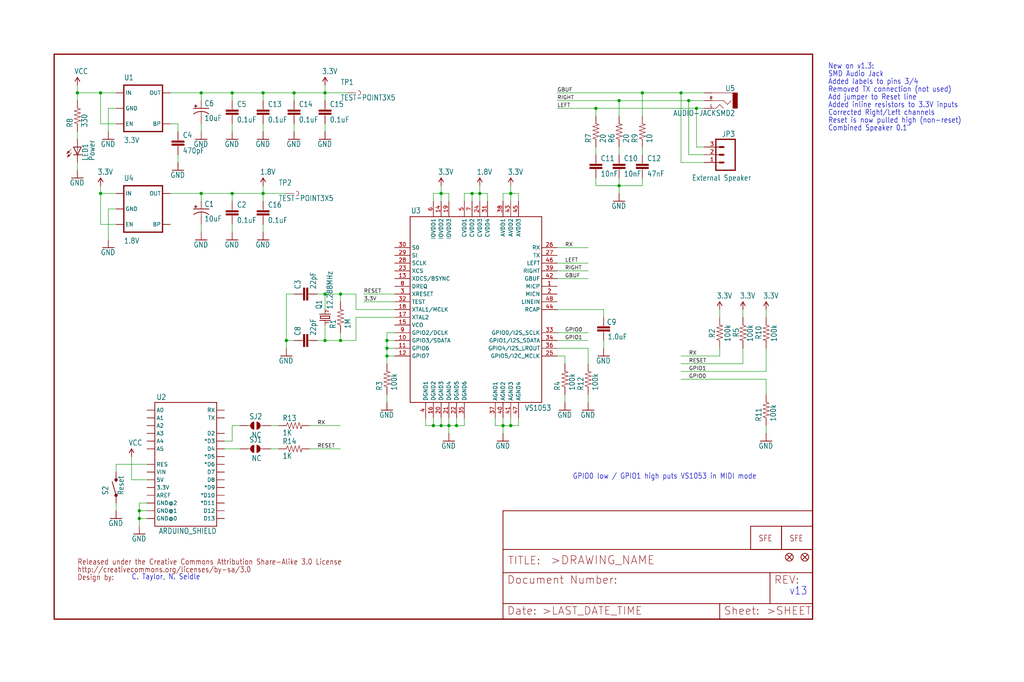
<source format=kicad_sch>
(kicad_sch (version 20211123) (generator eeschema)
  (paper "User" 336.093 223.926)
  (lib_symbols
    (symbol "eagleSchem-eagle-import:1.8V" (power)
      (property "Value" "1.8V" (at -1.016 3.556 0))
      (symbol "1.8V_1_0"
        (pin power_in line (at 0 0 90) (length 2.54) (name "1.8V") (number "1"))
      )
    )
    (symbol "eagleSchem-eagle-import:3.3V" (power)
      (property "Value" "3.3V" (at -1.016 3.556 0))
      (symbol "3.3V_1_0"
        (pin power_in line (at 0 0 90) (length 2.54) (name "3.3V") (number "1"))
      )
    )
    (symbol "eagleSchem-eagle-import:ARDUINO_SHIELDLABEL"
      (property "Reference" "U" (at -9.652 21.082 0))
      (property "Value" "ARDUINO_SHIELDLABEL" (at -8.89 -22.86 0))
      (symbol "ARDUINO_SHIELDLABEL_1_0"
        (pin bidirectional line (at -12.7 -7.62 0) (length 2.54) (name "3.3V") (number "3.3V"))
        (pin bidirectional line (at -12.7 -5.08 0) (length 2.54) (name "5V") (number "5V"))
        (pin bidirectional line (at -12.7 17.78 0) (length 2.54) (name "A0") (number "A0"))
        (pin bidirectional line (at -12.7 15.24 0) (length 2.54) (name "A1") (number "A1"))
        (pin bidirectional line (at -12.7 12.7 0) (length 2.54) (name "A2") (number "A2"))
        (pin bidirectional line (at -12.7 10.16 0) (length 2.54) (name "A3") (number "A3"))
        (pin bidirectional line (at -12.7 7.62 0) (length 2.54) (name "A4") (number "A4"))
        (pin bidirectional line (at -12.7 5.08 0) (length 2.54) (name "A5") (number "A5"))
        (pin bidirectional line (at -12.7 -10.16 0) (length 2.54) (name "AREF") (number "AREF"))
        (pin bidirectional line (at 12.7 -10.16 180) (length 2.54) (name "*D10") (number "D10"))
        (pin bidirectional line (at 12.7 -12.7 180) (length 2.54) (name "*D11") (number "D11"))
        (pin bidirectional line (at 12.7 -15.24 180) (length 2.54) (name "D12") (number "D12"))
        (pin bidirectional line (at 12.7 -17.78 180) (length 2.54) (name "D13") (number "D13"))
        (pin bidirectional line (at 12.7 10.16 180) (length 2.54) (name "D2") (number "D2"))
        (pin bidirectional line (at 12.7 7.62 180) (length 2.54) (name "*D3") (number "D3"))
        (pin bidirectional line (at 12.7 5.08 180) (length 2.54) (name "D4") (number "D4"))
        (pin bidirectional line (at 12.7 2.54 180) (length 2.54) (name "*D5") (number "D5"))
        (pin bidirectional line (at 12.7 0 180) (length 2.54) (name "*D6") (number "D6"))
        (pin bidirectional line (at 12.7 -2.54 180) (length 2.54) (name "D7") (number "D7"))
        (pin bidirectional line (at 12.7 -5.08 180) (length 2.54) (name "D8") (number "D8"))
        (pin bidirectional line (at 12.7 -7.62 180) (length 2.54) (name "*D9") (number "D9"))
        (pin bidirectional line (at -12.7 -17.78 0) (length 2.54) (name "GND@0") (number "GND@0"))
        (pin bidirectional line (at -12.7 -15.24 0) (length 2.54) (name "GND@1") (number "GND@1"))
        (pin bidirectional line (at -12.7 -12.7 0) (length 2.54) (name "GND@2") (number "GND@2"))
        (pin bidirectional line (at -12.7 0 0) (length 2.54) (name "RES") (number "RES"))
        (pin bidirectional line (at 12.7 17.78 180) (length 2.54) (name "RX") (number "RX"))
        (pin bidirectional line (at 12.7 15.24 180) (length 2.54) (name "TX") (number "TX"))
        (pin bidirectional line (at -12.7 -2.54 0) (length 2.54) (name "VIN") (number "VIN"))
      )
    )
    (symbol "eagleSchem-eagle-import:AUDIO-JACKSMD2"
      (property "Reference" "U" (at -5.08 3.048 0))
      (property "Value" "AUDIO-JACKSMD2" (at -5.08 -5.08 0))
      (symbol "AUDIO-JACKSMD2_1_0"
        (text "L" (at 2.286 -2.286 0) (effects (font (size 1.016 0.8636) (thickness 0.1727) bold) (justify left bottom)))
        (text "R" (at 2.286 0.254 0) (effects (font (size 1.016 0.8636) (thickness 0.1727) bold) (justify left bottom)))
        (pin bidirectional line (at 5.08 0 180) (length 2.54) (name "RIGHT") (number "RING"))
        (pin bidirectional line (at 5.08 2.54 180) (length 2.54) (name "SLEEVE") (number "SLEEVE"))
        (pin bidirectional line (at 5.08 -2.54 180) (length 2.54) (name "LEFT") (number "TIP"))
      )
    )
    (symbol "eagleSchem-eagle-import:CAP0402-CAP"
      (property "Reference" "C" (at 1.524 2.921 0))
      (property "Value" "CAP0402-CAP" (at 1.524 -2.159 0))
      (symbol "CAP0402-CAP_1_0"
        (pin passive line (at 0 5.08 270) (length 2.54) (name "1") (number "1"))
        (pin passive line (at 0 -2.54 90) (length 2.54) (name "2") (number "2"))
      )
    )
    (symbol "eagleSchem-eagle-import:CAP_POL1206"
      (property "Reference" "C" (at 1.016 0.635 0))
      (property "Value" "CAP_POL1206" (at 1.016 -4.191 0))
      (symbol "CAP_POL1206_1_0"
        (pin passive line (at 0 2.54 270) (length 2.54) (name "+") (number "A"))
        (pin passive line (at 0 -5.08 90) (length 2.54) (name "-") (number "C"))
      )
    )
    (symbol "eagleSchem-eagle-import:CREATIVE_COMMONS"
      (symbol "CREATIVE_COMMONS_1_0"
        (text "Design by:" (at 0 0 0) (effects (font (size 1.778 1.5113)) (justify left bottom)))
        (text "http://creativecommons.org/licenses/by-sa/3.0" (at 0 2.54 0) (effects (font (size 1.778 1.5113)) (justify left bottom)))
        (text "Released under the Creative Commons Attribution Share-Alike 3.0 License" (at 0 5.08 0) (effects (font (size 1.778 1.5113)) (justify left bottom)))
      )
    )
    (symbol "eagleSchem-eagle-import:CRYSTAL5X3"
      (property "Reference" "Y" (at 2.54 1.016 0))
      (property "Value" "CRYSTAL5X3" (at 2.54 -2.54 0))
      (symbol "CRYSTAL5X3_1_0"
        (text "1" (at -2.159 -1.143 0) (effects (font (size 0.8636 0.734)) (justify left bottom)))
        (text "2" (at 1.524 -1.143 0) (effects (font (size 0.8636 0.734)) (justify left bottom)))
        (pin passive line (at -2.54 0 0) (length 0) (name "1") (number "1"))
        (pin passive line (at 2.54 0 180) (length 0) (name "2") (number "3"))
      )
    )
    (symbol "eagleSchem-eagle-import:FIDUCIAL1X2")
    (symbol "eagleSchem-eagle-import:FRAME-LETTER"
      (symbol "FRAME-LETTER_2_0"
        (text ">DRAWING_NAME" (at 15.494 17.78 0) (effects (font (size 2.7432 2.7432)) (justify left bottom)))
        (text ">LAST_DATE_TIME" (at 12.7 1.27 0) (effects (font (size 2.54 2.54)) (justify left bottom)))
        (text ">SHEET" (at 86.36 1.27 0) (effects (font (size 2.54 2.54)) (justify left bottom)))
        (text "Date:" (at 1.27 1.27 0) (effects (font (size 2.54 2.54)) (justify left bottom)))
        (text "Document Number:" (at 1.27 11.43 0) (effects (font (size 2.54 2.54)) (justify left bottom)))
        (text "REV:" (at 88.9 11.43 0) (effects (font (size 2.54 2.54)) (justify left bottom)))
        (text "Sheet:" (at 72.39 1.27 0) (effects (font (size 2.54 2.54)) (justify left bottom)))
        (text "TITLE:" (at 1.524 17.78 0) (effects (font (size 2.54 2.54)) (justify left bottom)))
      )
    )
    (symbol "eagleSchem-eagle-import:GND" (power)
      (property "Value" "GND" (at -2.54 -2.54 0))
      (symbol "GND_1_0"
        (pin power_in line (at 0 2.54 270) (length 2.54) (name "GND") (number "1"))
      )
    )
    (symbol "eagleSchem-eagle-import:LED0603"
      (property "Reference" "LED" (at 3.556 -4.572 90))
      (property "Value" "LED0603" (at 5.715 -4.572 90))
      (symbol "LED0603_1_0"
        (pin passive line (at 0 2.54 270) (length 2.54) (name "A") (number "A"))
        (pin passive line (at 0 -5.08 90) (length 2.54) (name "C") (number "C"))
      )
    )
    (symbol "eagleSchem-eagle-import:LOGO-SFENEW"
      (symbol "LOGO-SFENEW_1_0"
        (text "SFE" (at 0 0 0) (effects (font (size 1.9304 1.6408)) (justify left bottom)))
      )
    )
    (symbol "eagleSchem-eagle-import:M03PTH"
      (property "Reference" "JP" (at -2.54 5.842 0))
      (property "Value" "M03PTH" (at -2.54 -7.62 0))
      (symbol "M03PTH_1_0"
        (pin passive line (at 7.62 -2.54 180) (length 5.08) (name "1") (number "1"))
        (pin passive line (at 7.62 0 180) (length 5.08) (name "2") (number "2"))
        (pin passive line (at 7.62 2.54 180) (length 5.08) (name "3") (number "3"))
      )
    )
    (symbol "eagleSchem-eagle-import:RESISTOR0402-RES"
      (property "Reference" "R" (at -3.81 1.4986 0))
      (property "Value" "RESISTOR0402-RES" (at -3.81 -3.302 0))
      (symbol "RESISTOR0402-RES_1_0"
        (pin passive line (at -5.08 0 0) (length 2.54) (name "1") (number "1"))
        (pin passive line (at 5.08 0 180) (length 2.54) (name "2") (number "2"))
      )
    )
    (symbol "eagleSchem-eagle-import:SOLDERJUMPERTRACE"
      (property "Reference" "SJ" (at -2.54 2.54 0))
      (property "Value" "SOLDERJUMPERTRACE" (at -2.54 -5.08 0))
      (symbol "SOLDERJUMPERTRACE_1_0"
        (pin passive line (at -5.08 0 0) (length 2.54) (name "1") (number "1"))
        (pin passive line (at 5.08 0 180) (length 2.54) (name "2") (number "2"))
      )
    )
    (symbol "eagleSchem-eagle-import:SWITCH-MOMENTARY-2SMD"
      (property "Reference" "S" (at -2.54 2.54 0))
      (property "Value" "SWITCH-MOMENTARY-2SMD" (at -2.54 -2.54 0))
      (symbol "SWITCH-MOMENTARY-2SMD_1_0"
        (pin passive line (at -5.08 0 0) (length 2.54) (name "1") (number "1"))
        (pin passive line (at 5.08 0 180) (length 2.54) (name "2") (number "3"))
      )
    )
    (symbol "eagleSchem-eagle-import:TEST-POINT3X5"
      (property "Reference" "TP" (at -2.54 2.54 0))
      (property "Value" "TEST-POINT3X5" (at -2.54 -2.54 0))
      (symbol "TEST-POINT3X5_1_0"
        (pin bidirectional line (at 0 0 180) (length 0) (name "1") (number "P$1"))
      )
    )
    (symbol "eagleSchem-eagle-import:VCC" (power)
      (property "Value" "VCC" (at -1.016 3.556 0))
      (symbol "VCC_1_0"
        (pin power_in line (at 0 0 90) (length 2.54) (name "VCC") (number "1"))
      )
    )
    (symbol "eagleSchem-eagle-import:VS1033"
      (property "Reference" "U" (at -20.32 31.242 0))
      (property "Value" "VS1033" (at -20.32 -33.02 0))
      (symbol "VS1033_1_0"
        (pin bidirectional line (at 27.94 7.62 180) (length 5.08) (name "MICP") (number "1"))
        (pin bidirectional line (at -25.4 -10.16 0) (length 5.08) (name "GPIO3/SDATA") (number "10"))
        (pin bidirectional line (at -25.4 -12.7 0) (length 5.08) (name "GPIO6") (number "11"))
        (pin bidirectional line (at -25.4 -15.24 0) (length 5.08) (name "GPIO7") (number "12"))
        (pin bidirectional line (at -25.4 10.16 0) (length 5.08) (name "XDCS/BSYNC") (number "13"))
        (pin bidirectional line (at -10.16 35.56 270) (length 5.08) (name "IOVDD2") (number "14"))
        (pin bidirectional line (at -25.4 -5.08 0) (length 5.08) (name "VCO") (number "15"))
        (pin bidirectional line (at -12.7 -35.56 90) (length 5.08) (name "DGND2") (number "16"))
        (pin bidirectional line (at -25.4 -2.54 0) (length 5.08) (name "XTAL2") (number "17"))
        (pin bidirectional line (at -25.4 0 0) (length 5.08) (name "XTAL1/MCLK") (number "18"))
        (pin bidirectional line (at -7.62 35.56 270) (length 5.08) (name "IOVDD3") (number "19"))
        (pin bidirectional line (at 27.94 5.08 180) (length 5.08) (name "MICN") (number "2"))
        (pin bidirectional line (at -10.16 -35.56 90) (length 5.08) (name "DGND3") (number "20"))
        (pin bidirectional line (at -7.62 -35.56 90) (length 5.08) (name "DGND4") (number "21"))
        (pin bidirectional line (at -5.08 -35.56 90) (length 5.08) (name "DGND5") (number "22"))
        (pin bidirectional line (at -25.4 12.7 0) (length 5.08) (name "XCS") (number "23"))
        (pin bidirectional line (at 2.54 35.56 270) (length 5.08) (name "CVDD3") (number "24"))
        (pin bidirectional line (at 27.94 -15.24 180) (length 5.08) (name "GPIO5/I2C_MCLK") (number "25"))
        (pin bidirectional line (at 27.94 20.32 180) (length 5.08) (name "RX") (number "26"))
        (pin bidirectional line (at 27.94 17.78 180) (length 5.08) (name "TX") (number "27"))
        (pin bidirectional line (at -25.4 15.24 0) (length 5.08) (name "SCLK") (number "28"))
        (pin bidirectional line (at -25.4 17.78 0) (length 5.08) (name "SI") (number "29"))
        (pin bidirectional line (at -25.4 5.08 0) (length 5.08) (name "XRESET") (number "3"))
        (pin bidirectional line (at -25.4 20.32 0) (length 5.08) (name "S0") (number "30"))
        (pin bidirectional line (at 5.08 35.56 270) (length 5.08) (name "CVDD4") (number "31"))
        (pin bidirectional line (at -25.4 2.54 0) (length 5.08) (name "TEST") (number "32"))
        (pin bidirectional line (at 27.94 -7.62 180) (length 5.08) (name "GPIO0/I2S_SCLK") (number "33"))
        (pin bidirectional line (at 27.94 -10.16 180) (length 5.08) (name "GPIO1/I2S_SDATA") (number "34"))
        (pin bidirectional line (at -2.54 -35.56 90) (length 5.08) (name "DGND6") (number "35"))
        (pin bidirectional line (at 27.94 -12.7 180) (length 5.08) (name "GPIO4/I2S_LROUT") (number "36"))
        (pin bidirectional line (at 7.62 -35.56 90) (length 5.08) (name "AGND1") (number "37"))
        (pin bidirectional line (at 10.16 35.56 270) (length 5.08) (name "AVDD1") (number "38"))
        (pin bidirectional line (at 27.94 12.7 180) (length 5.08) (name "RIGHT") (number "39"))
        (pin bidirectional line (at -15.24 -35.56 90) (length 5.08) (name "DGND1") (number "4"))
        (pin bidirectional line (at 10.16 -35.56 90) (length 5.08) (name "AGND2") (number "40"))
        (pin bidirectional line (at 12.7 -35.56 90) (length 5.08) (name "AGND3") (number "41"))
        (pin bidirectional line (at 27.94 10.16 180) (length 5.08) (name "GBUF") (number "42"))
        (pin bidirectional line (at 12.7 35.56 270) (length 5.08) (name "AVDD2") (number "43"))
        (pin bidirectional line (at 27.94 0 180) (length 5.08) (name "RCAP") (number "44"))
        (pin bidirectional line (at 15.24 35.56 270) (length 5.08) (name "AVDD3") (number "45"))
        (pin bidirectional line (at 27.94 15.24 180) (length 5.08) (name "LEFT") (number "46"))
        (pin bidirectional line (at 15.24 -35.56 90) (length 5.08) (name "AGND4") (number "47"))
        (pin bidirectional line (at 27.94 2.54 180) (length 5.08) (name "LINEIN") (number "48"))
        (pin bidirectional line (at -2.54 35.56 270) (length 5.08) (name "CVDD1") (number "5"))
        (pin bidirectional line (at -12.7 35.56 270) (length 5.08) (name "IOVDD1") (number "6"))
        (pin bidirectional line (at 0 35.56 270) (length 5.08) (name "CVDD2") (number "7"))
        (pin bidirectional line (at -25.4 7.62 0) (length 5.08) (name "DREQ") (number "8"))
        (pin bidirectional line (at -25.4 -7.62 0) (length 5.08) (name "GPIO2/DCLK") (number "9"))
      )
    )
    (symbol "eagleSchem-eagle-import:V_REG_LDOSMD"
      (property "Reference" "U" (at -7.62 9.144 0))
      (property "Value" "V_REG_LDOSMD" (at -7.62 -11.43 0))
      (symbol "V_REG_LDOSMD_1_0"
        (pin input line (at -10.16 5.08 0) (length 2.54) (name "IN") (number "1"))
        (pin input line (at -10.16 0 0) (length 2.54) (name "GND") (number "2"))
        (pin input line (at -10.16 -5.08 0) (length 2.54) (name "EN") (number "3"))
        (pin input line (at 7.62 -5.08 180) (length 2.54) (name "BP") (number "4"))
        (pin passive line (at 7.62 5.08 180) (length 2.54) (name "OUT") (number "5"))
      )
    )
    (symbol "eagleSchem-eagle-import:V_REG_LDOSMD2"
      (property "Reference" "U" (at -7.62 9.144 0))
      (property "Value" "V_REG_LDOSMD2" (at -7.62 -11.43 0))
      (symbol "V_REG_LDOSMD2_1_0"
        (pin input line (at -10.16 5.08 0) (length 2.54) (name "IN") (number "1"))
        (pin input line (at -10.16 0 0) (length 2.54) (name "GND") (number "2"))
        (pin input line (at -10.16 -5.08 0) (length 2.54) (name "EN") (number "3"))
        (pin input line (at 7.62 -5.08 180) (length 2.54) (name "BP") (number "4"))
        (pin passive line (at 7.62 5.08 180) (length 2.54) (name "OUT") (number "5"))
      )
    )
  )
  (junction (at 45.72 170.18))
  (junction (at 45.72 167.64))
  (junction (at 86.36 63.5))
  (junction (at 167.64 139.7))
  (junction (at 195.58 35.56))
  (junction (at 127 116.84))
  (junction (at 203.2 33.02))
  (junction (at 147.32 139.7))
  (junction (at 226.06 33.02))
  (junction (at 165.1 139.7))
  (junction (at 33.02 30.48))
  (junction (at 33.02 63.5))
  (junction (at 66.04 63.5))
  (junction (at 93.98 111.76))
  (junction (at 76.2 30.48))
  (junction (at 144.78 63.5))
  (junction (at 228.6 35.56))
  (junction (at 167.64 63.5))
  (junction (at 154.94 63.5))
  (junction (at 223.52 30.48))
  (junction (at 96.52 30.48))
  (junction (at 127 114.3))
  (junction (at 106.68 30.48))
  (junction (at 149.86 139.7))
  (junction (at 106.68 111.76))
  (junction (at 144.78 139.7))
  (junction (at 76.2 63.5))
  (junction (at 66.04 30.48))
  (junction (at 157.48 63.5))
  (junction (at 111.76 111.76))
  (junction (at 86.36 30.48))
  (junction (at 210.82 30.48))
  (junction (at 142.24 139.7))
  (junction (at 25.4 30.48))
  (junction (at 111.76 96.52))
  (junction (at 203.2 60.96))
  (junction (at 106.68 96.52))
  (junction (at 127 111.76))
  (wire (pts (xy 96.52 43.18) (xy 96.52 40.64)))
  (wire (pts (xy 127 114.3) (xy 127 116.84)))
  (wire (pts (xy 106.68 111.76) (xy 104.14 111.76)))
  (wire (pts (xy 223.52 30.48) (xy 231.14 30.48)))
  (wire (pts (xy 152.4 137.16) (xy 152.4 139.7)))
  (wire (pts (xy 182.88 86.36) (xy 193.04 86.36)))
  (wire (pts (xy 157.48 63.5) (xy 160.02 63.5)))
  (wire (pts (xy 45.72 165.1) (xy 45.72 167.64)))
  (wire (pts (xy 182.88 88.9) (xy 193.04 88.9)))
  (wire (pts (xy 35.56 35.56) (xy 35.56 43.18)))
  (wire (pts (xy 96.52 30.48) (xy 96.52 33.02)))
  (wire (pts (xy 152.4 63.5) (xy 154.94 63.5)))
  (wire (pts (xy 165.1 63.5) (xy 167.64 63.5)))
  (wire (pts (xy 86.36 76.2) (xy 86.36 73.66)))
  (wire (pts (xy 154.94 66.04) (xy 154.94 63.5)))
  (wire (pts (xy 35.56 68.58) (xy 35.56 78.74)))
  (wire (pts (xy 228.6 48.26) (xy 231.14 48.26)))
  (wire (pts (xy 76.2 73.66) (xy 76.2 76.2)))
  (wire (pts (xy 142.24 137.16) (xy 142.24 139.7)))
  (wire (pts (xy 93.98 111.76) (xy 93.98 114.3)))
  (wire (pts (xy 203.2 38.1) (xy 203.2 33.02)))
  (wire (pts (xy 170.18 137.16) (xy 170.18 139.7)))
  (wire (pts (xy 251.46 121.92) (xy 251.46 114.3)))
  (wire (pts (xy 165.1 139.7) (xy 162.56 139.7)))
  (wire (pts (xy 147.32 137.16) (xy 147.32 139.7)))
  (wire (pts (xy 33.02 63.5) (xy 38.1 63.5)))
  (wire (pts (xy 147.32 139.7) (xy 144.78 139.7)))
  (wire (pts (xy 142.24 63.5) (xy 144.78 63.5)))
  (wire (pts (xy 33.02 30.48) (xy 25.4 30.48)))
  (wire (pts (xy 45.72 167.64) (xy 45.72 170.18)))
  (wire (pts (xy 149.86 137.16) (xy 149.86 139.7)))
  (wire (pts (xy 73.66 144.78) (xy 76.2 144.78)))
  (wire (pts (xy 33.02 73.66) (xy 38.1 73.66)))
  (wire (pts (xy 55.88 30.48) (xy 66.04 30.48)))
  (wire (pts (xy 210.82 60.96) (xy 203.2 60.96)))
  (wire (pts (xy 33.02 60.96) (xy 33.02 63.5)))
  (wire (pts (xy 76.2 144.78) (xy 76.2 139.7)))
  (wire (pts (xy 182.88 114.3) (xy 193.04 114.3)))
  (wire (pts (xy 243.84 101.6) (xy 243.84 104.14)))
  (wire (pts (xy 142.24 139.7) (xy 139.7 139.7)))
  (wire (pts (xy 182.88 91.44) (xy 193.04 91.44)))
  (wire (pts (xy 243.84 119.38) (xy 243.84 114.3)))
  (wire (pts (xy 25.4 30.48) (xy 25.4 27.94)))
  (wire (pts (xy 226.06 33.02) (xy 231.14 33.02)))
  (wire (pts (xy 236.22 116.84) (xy 236.22 114.3)))
  (wire (pts (xy 91.44 147.32) (xy 88.9 147.32)))
  (wire (pts (xy 116.84 101.6) (xy 129.54 101.6)))
  (wire (pts (xy 111.76 96.52) (xy 116.84 96.52)))
  (wire (pts (xy 149.86 139.7) (xy 147.32 139.7)))
  (wire (pts (xy 223.52 121.92) (xy 251.46 121.92)))
  (wire (pts (xy 170.18 63.5) (xy 170.18 66.04)))
  (wire (pts (xy 182.88 101.6) (xy 198.12 101.6)))
  (wire (pts (xy 58.42 53.34) (xy 58.42 50.8)))
  (wire (pts (xy 106.68 106.68) (xy 106.68 111.76)))
  (wire (pts (xy 144.78 60.96) (xy 144.78 63.5)))
  (wire (pts (xy 160.02 63.5) (xy 160.02 66.04)))
  (wire (pts (xy 129.54 96.52) (xy 119.38 96.52)))
  (wire (pts (xy 66.04 63.5) (xy 76.2 63.5)))
  (wire (pts (xy 157.48 63.5) (xy 157.48 60.96)))
  (wire (pts (xy 228.6 35.56) (xy 228.6 48.26)))
  (wire (pts (xy 144.78 137.16) (xy 144.78 139.7)))
  (wire (pts (xy 251.46 101.6) (xy 251.46 104.14)))
  (wire (pts (xy 66.04 30.48) (xy 76.2 30.48)))
  (wire (pts (xy 101.6 139.7) (xy 111.76 139.7)))
  (wire (pts (xy 66.04 33.02) (xy 66.04 30.48)))
  (wire (pts (xy 127 119.38) (xy 127 116.84)))
  (wire (pts (xy 144.78 139.7) (xy 142.24 139.7)))
  (wire (pts (xy 182.88 109.22) (xy 193.04 109.22)))
  (wire (pts (xy 142.24 66.04) (xy 142.24 63.5)))
  (wire (pts (xy 66.04 73.66) (xy 66.04 76.2)))
  (wire (pts (xy 251.46 142.24) (xy 251.46 139.7)))
  (wire (pts (xy 231.14 53.34) (xy 223.52 53.34)))
  (wire (pts (xy 203.2 33.02) (xy 226.06 33.02)))
  (wire (pts (xy 195.58 60.96) (xy 203.2 60.96)))
  (wire (pts (xy 129.54 104.14) (xy 116.84 104.14)))
  (wire (pts (xy 33.02 63.5) (xy 33.02 73.66)))
  (wire (pts (xy 223.52 116.84) (xy 236.22 116.84)))
  (wire (pts (xy 38.1 35.56) (xy 35.56 35.56)))
  (wire (pts (xy 86.36 63.5) (xy 86.36 66.04)))
  (wire (pts (xy 236.22 104.14) (xy 236.22 101.6)))
  (wire (pts (xy 96.52 30.48) (xy 106.68 30.48)))
  (wire (pts (xy 203.2 50.8) (xy 203.2 48.26)))
  (wire (pts (xy 106.68 27.94) (xy 106.68 30.48)))
  (wire (pts (xy 101.6 147.32) (xy 111.76 147.32)))
  (wire (pts (xy 76.2 63.5) (xy 86.36 63.5)))
  (wire (pts (xy 33.02 30.48) (xy 38.1 30.48)))
  (wire (pts (xy 210.82 38.1) (xy 210.82 30.48)))
  (wire (pts (xy 66.04 66.04) (xy 66.04 63.5)))
  (wire (pts (xy 167.64 63.5) (xy 170.18 63.5)))
  (wire (pts (xy 93.98 96.52) (xy 93.98 111.76)))
  (wire (pts (xy 203.2 60.96) (xy 203.2 63.5)))
  (wire (pts (xy 93.98 63.5) (xy 86.36 63.5)))
  (wire (pts (xy 106.68 96.52) (xy 111.76 96.52)))
  (wire (pts (xy 223.52 30.48) (xy 223.52 53.34)))
  (wire (pts (xy 195.58 48.26) (xy 195.58 50.8)))
  (wire (pts (xy 116.84 111.76) (xy 111.76 111.76)))
  (wire (pts (xy 152.4 66.04) (xy 152.4 63.5)))
  (wire (pts (xy 76.2 30.48) (xy 86.36 30.48)))
  (wire (pts (xy 129.54 116.84) (xy 127 116.84)))
  (wire (pts (xy 111.76 109.22) (xy 111.76 111.76)))
  (wire (pts (xy 157.48 66.04) (xy 157.48 63.5)))
  (wire (pts (xy 154.94 63.5) (xy 157.48 63.5)))
  (wire (pts (xy 86.36 30.48) (xy 86.36 33.02)))
  (wire (pts (xy 203.2 60.96) (xy 203.2 58.42)))
  (wire (pts (xy 76.2 40.64) (xy 76.2 43.18)))
  (wire (pts (xy 127 132.08) (xy 127 129.54)))
  (wire (pts (xy 210.82 48.26) (xy 210.82 50.8)))
  (wire (pts (xy 78.74 147.32) (xy 73.66 147.32)))
  (wire (pts (xy 86.36 43.18) (xy 86.36 40.64)))
  (wire (pts (xy 25.4 45.72) (xy 25.4 43.18)))
  (wire (pts (xy 182.88 33.02) (xy 203.2 33.02)))
  (wire (pts (xy 55.88 40.64) (xy 58.42 40.64)))
  (wire (pts (xy 147.32 139.7) (xy 147.32 142.24)))
  (wire (pts (xy 48.26 167.64) (xy 45.72 167.64)))
  (wire (pts (xy 38.1 167.64) (xy 38.1 165.1)))
  (wire (pts (xy 165.1 137.16) (xy 165.1 139.7)))
  (wire (pts (xy 129.54 99.06) (xy 119.38 99.06)))
  (wire (pts (xy 165.1 66.04) (xy 165.1 63.5)))
  (wire (pts (xy 210.82 30.48) (xy 182.88 30.48)))
  (wire (pts (xy 193.04 132.08) (xy 193.04 129.54)))
  (wire (pts (xy 38.1 154.94) (xy 38.1 152.4)))
  (wire (pts (xy 167.64 137.16) (xy 167.64 139.7)))
  (wire (pts (xy 106.68 43.18) (xy 106.68 40.64)))
  (wire (pts (xy 106.68 30.48) (xy 106.68 33.02)))
  (wire (pts (xy 223.52 124.46) (xy 251.46 124.46)))
  (wire (pts (xy 127 111.76) (xy 127 114.3)))
  (wire (pts (xy 45.72 170.18) (xy 45.72 172.72)))
  (wire (pts (xy 182.88 116.84) (xy 185.42 116.84)))
  (wire (pts (xy 139.7 139.7) (xy 139.7 137.16)))
  (wire (pts (xy 152.4 139.7) (xy 149.86 139.7)))
  (wire (pts (xy 76.2 33.02) (xy 76.2 30.48)))
  (wire (pts (xy 198.12 111.76) (xy 198.12 114.3)))
  (wire (pts (xy 185.42 119.38) (xy 185.42 116.84)))
  (wire (pts (xy 223.52 30.48) (xy 210.82 30.48)))
  (wire (pts (xy 104.14 96.52) (xy 106.68 96.52)))
  (wire (pts (xy 129.54 111.76) (xy 127 111.76)))
  (wire (pts (xy 228.6 35.56) (xy 195.58 35.56)))
  (wire (pts (xy 48.26 152.4) (xy 38.1 152.4)))
  (wire (pts (xy 195.58 35.56) (xy 182.88 35.56)))
  (wire (pts (xy 48.26 165.1) (xy 45.72 165.1)))
  (wire (pts (xy 226.06 50.8) (xy 226.06 33.02)))
  (wire (pts (xy 116.84 104.14) (xy 116.84 111.76)))
  (wire (pts (xy 93.98 111.76) (xy 96.52 111.76)))
  (wire (pts (xy 25.4 55.88) (xy 25.4 53.34)))
  (wire (pts (xy 165.1 139.7) (xy 165.1 142.24)))
  (wire (pts (xy 182.88 81.28) (xy 193.04 81.28)))
  (wire (pts (xy 195.58 38.1) (xy 195.58 35.56)))
  (wire (pts (xy 38.1 40.64) (xy 33.02 40.64)))
  (wire (pts (xy 182.88 111.76) (xy 193.04 111.76)))
  (wire (pts (xy 198.12 101.6) (xy 198.12 104.14)))
  (wire (pts (xy 167.64 63.5) (xy 167.64 60.96)))
  (wire (pts (xy 170.18 139.7) (xy 167.64 139.7)))
  (wire (pts (xy 111.76 99.06) (xy 111.76 96.52)))
  (wire (pts (xy 55.88 63.5) (xy 66.04 63.5)))
  (wire (pts (xy 66.04 40.64) (xy 66.04 43.18)))
  (wire (pts (xy 147.32 63.5) (xy 147.32 66.04)))
  (wire (pts (xy 76.2 66.04) (xy 76.2 63.5)))
  (wire (pts (xy 231.14 50.8) (xy 226.06 50.8)))
  (wire (pts (xy 43.18 149.86) (xy 43.18 157.48)))
  (wire (pts (xy 86.36 30.48) (xy 96.52 30.48)))
  (wire (pts (xy 111.76 111.76) (xy 106.68 111.76)))
  (wire (pts (xy 106.68 101.6) (xy 106.68 96.52)))
  (wire (pts (xy 127 109.22) (xy 127 111.76)))
  (wire (pts (xy 38.1 68.58) (xy 35.56 68.58)))
  (wire (pts (xy 78.74 139.7) (xy 76.2 139.7)))
  (wire (pts (xy 210.82 58.42) (xy 210.82 60.96)))
  (wire (pts (xy 33.02 40.64) (xy 33.02 30.48)))
  (wire (pts (xy 129.54 114.3) (xy 127 114.3)))
  (wire (pts (xy 129.54 109.22) (xy 127 109.22)))
  (wire (pts (xy 193.04 114.3) (xy 193.04 119.38)))
  (wire (pts (xy 116.84 96.52) (xy 116.84 101.6)))
  (wire (pts (xy 48.26 170.18) (xy 45.72 170.18)))
  (wire (pts (xy 144.78 63.5) (xy 147.32 63.5)))
  (wire (pts (xy 195.58 58.42) (xy 195.58 60.96)))
  (wire (pts (xy 251.46 129.54) (xy 251.46 124.46)))
  (wire (pts (xy 58.42 40.64) (xy 58.42 43.18)))
  (wire (pts (xy 162.56 139.7) (xy 162.56 137.16)))
  (wire (pts (xy 167.64 66.04) (xy 167.64 63.5)))
  (wire (pts (xy 48.26 157.48) (xy 43.18 157.48)))
  (wire (pts (xy 223.52 119.38) (xy 243.84 119.38)))
  (wire (pts (xy 167.64 139.7) (xy 165.1 139.7)))
  (wire (pts (xy 25.4 30.48) (xy 25.4 33.02)))
  (wire (pts (xy 88.9 139.7) (xy 91.44 139.7)))
  (wire (pts (xy 231.14 35.56) (xy 228.6 35.56)))
  (wire (pts (xy 114.3 30.48) (xy 106.68 30.48)))
  (wire (pts (xy 185.42 132.08) (xy 185.42 129.54)))
  (wire (pts (xy 86.36 60.96) (xy 86.36 63.5)))
  (wire (pts (xy 96.52 96.52) (xy 93.98 96.52)))
  (wire (pts (xy 144.78 66.04) (xy 144.78 63.5)))
  (text "Add jumper to Reset line" (at 271.78 33.02 180) (effects (font (size 1.778 1.5113)) (justify left bottom)))
  (text "Removed TX connection (not used)" (at 271.78 30.48 180) (effects (font (size 1.778 1.5113)) (justify left bottom)))
  (text "Added labels to pins 3/4" (at 271.78 27.94 180) (effects (font (size 1.778 1.5113)) (justify left bottom)))
  (text "GPIO0 low / GPIO1 high puts VS1053 in MIDI mode" (at 187.96 157.48 180) (effects (font (size 1.778 1.5113)) (justify left bottom)))
  (text "Added inline resistors to 3.3V inputs" (at 271.78 35.56 180) (effects (font (size 1.778 1.5113)) (justify left bottom)))
  (text "SMD Audio Jack" (at 271.78 25.4 180) (effects (font (size 1.778 1.5113)) (justify left bottom)))
  (text "Corrected Right/Left channels" (at 271.78 38.1 180) (effects (font (size 1.778 1.5113)) (justify left bottom)))
  (text "New on v1.3:" (at 271.78 22.86 180) (effects (font (size 1.778 1.5113)) (justify left bottom)))
  (text "C. Taylor, N. Seidle" (at 43.18 190.5 180) (effects (font (size 1.778 1.5113)) (justify left bottom)))
  (text "Combined Speaker 0.1\"" (at 271.78 43.18 180) (effects (font (size 1.778 1.5113)) (justify left bottom)))
  (text "v13" (at 259.08 195.58 180) (effects (font (size 2.54 2.159)) (justify left bottom)))
  (text "Reset is now pulled high (non-reset)" (at 271.78 40.64 180) (effects (font (size 1.778 1.5113)) (justify left bottom)))
  (label "GBUF" (at 182.88 30.48 0) (effects (font (size 1.2446 1.2446))))
  (label "GBUF" (at 185.42 91.44 0) (effects (font (size 1.2446 1.2446))))
  (label "RX" (at 185.42 81.28 0) (effects (font (size 1.2446 1.2446))))
  (label "LEFT" (at 182.88 35.56 0) (effects (font (size 1.2446 1.2446))))
  (label "LEFT" (at 185.42 86.36 0) (effects (font (size 1.2446 1.2446))))
  (label "RX" (at 226.06 116.84 0) (effects (font (size 1.2446 1.2446))))
  (label "RIGHT" (at 185.42 88.9 0) (effects (font (size 1.2446 1.2446))))
  (label "GPIO1" (at 185.42 111.76 0) (effects (font (size 1.2446 1.2446))))
  (label "GPIO0" (at 226.06 124.46 0) (effects (font (size 1.2446 1.2446))))
  (label "GPIO0" (at 185.42 109.22 0) (effects (font (size 1.2446 1.2446))))
  (label "GPIO1" (at 226.06 121.92 0) (effects (font (size 1.2446 1.2446))))
  (label "RESET" (at 104.14 147.32 0) (effects (font (size 1.2446 1.2446))))
  (label "RESET" (at 226.06 119.38 0) (effects (font (size 1.2446 1.2446))))
  (label "3.3V" (at 119.38 99.06 0) (effects (font (size 1.2446 1.2446))))
  (label "RESET" (at 119.38 96.52 0) (effects (font (size 1.2446 1.2446))))
  (label "RIGHT" (at 182.88 33.02 0) (effects (font (size 1.2446 1.2446))))
  (label "RX" (at 104.14 139.7 0) (effects (font (size 1.2446 1.2446))))
  (symbol (lib_id "eagleSchem-eagle-import:RESISTOR0402-RES") (at 195.58 43.18 90) (unit 1)
    (property "Reference" "R7" (at 194.0814 46.99 0) (effects (font (size 1.778 1.5113)) (justify left bottom)))
    (property "Value" "20" (at 198.882 46.99 0) (effects (font (size 1.778 1.5113)) (justify left bottom)))
    (property "Footprint" "eagleSchem:0402-RES" (effects hide))
  )
  (symbol (lib_id "eagleSchem-eagle-import:RESISTOR0402-RES") (at 243.84 109.22 270) (unit 1)
    (property "Reference" "R5" (at 242.57 110.744 0) (effects (font (size 1.778 1.5113)) (justify right top)))
    (property "Value" "100k" (at 247.142 112.268 0) (effects (font (size 1.778 1.5113)) (justify right top)))
    (property "Footprint" "eagleSchem:0402-RES" (effects hide))
  )
  (symbol (lib_id "eagleSchem-eagle-import:CAP0402-CAP") (at 210.82 55.88 0) (unit 1)
    (property "Reference" "C12" (at 212.344 52.959 0) (effects (font (size 1.778 1.5113)) (justify left bottom)))
    (property "Value" "47nF" (at 212.344 58.039 0) (effects (font (size 1.778 1.5113)) (justify left bottom)))
    (property "Footprint" "eagleSchem:0402-CAP" (effects hide))
  )
  (symbol (lib_id "eagleSchem-eagle-import:RESISTOR0402-RES") (at 236.22 109.22 90) (unit 1)
    (property "Reference" "R2" (at 234.696 110.998 0) (effects (font (size 1.778 1.5113)) (justify left bottom)))
    (property "Value" "100k" (at 239.776 112.268 0) (effects (font (size 1.778 1.5113)) (justify left bottom)))
    (property "Footprint" "eagleSchem:0402-RES" (effects hide))
  )
  (symbol (lib_id "eagleSchem-eagle-import:GND") (at 185.42 134.62 0) (unit 1)
    (property "Reference" "#GND9" (effects hide))
    (property "Value" "GND" (at 182.88 137.16 0) (effects (font (size 1.778 1.5113)) (justify left bottom)))
    (property "Footprint" "eagleSchem:" (effects hide))
  )
  (symbol (lib_id "eagleSchem-eagle-import:CAP0402-CAP") (at 101.6 111.76 90) (unit 1)
    (property "Reference" "C8" (at 98.679 110.236 0) (effects (font (size 1.778 1.5113)) (justify left bottom)))
    (property "Value" "22pF" (at 103.759 110.236 0) (effects (font (size 1.778 1.5113)) (justify left bottom)))
    (property "Footprint" "eagleSchem:0402-CAP" (effects hide))
  )
  (symbol (lib_id "eagleSchem-eagle-import:GND") (at 35.56 81.28 0) (unit 1)
    (property "Reference" "#GND4" (effects hide))
    (property "Value" "GND" (at 33.02 83.82 0) (effects (font (size 1.778 1.5113)) (justify left bottom)))
    (property "Footprint" "eagleSchem:" (effects hide))
  )
  (symbol (lib_id "eagleSchem-eagle-import:SOLDERJUMPERTRACE") (at 83.82 147.32 0) (unit 1)
    (property "Reference" "SJ1" (at 81.788 145.288 0) (effects (font (size 1.778 1.5113)) (justify left bottom)))
    (property "Value" "NC" (at 82.55 151.384 0) (effects (font (size 1.778 1.5113)) (justify left bottom)))
    (property "Footprint" "eagleSchem:SJ_2S-TRACE" (effects hide))
  )
  (symbol (lib_id "eagleSchem-eagle-import:AUDIO-JACKSMD2") (at 236.22 33.02 0) (mirror y) (unit 1)
    (property "Reference" "U5" (at 241.3 29.972 0) (effects (font (size 1.778 1.5113)) (justify left bottom)))
    (property "Value" "AUDIO-JACKSMD2" (at 241.3 38.1 0) (effects (font (size 1.778 1.5113)) (justify left bottom)))
    (property "Footprint" "eagleSchem:AUDIO-JACK-3.5MM-SMD" (effects hide))
  )
  (symbol (lib_id "eagleSchem-eagle-import:CRYSTAL5X3") (at 106.68 104.14 90) (unit 1)
    (property "Reference" "Q1" (at 105.664 101.6 0) (effects (font (size 1.778 1.5113)) (justify left bottom)))
    (property "Value" "12.288MHz" (at 109.22 101.6 0) (effects (font (size 1.778 1.5113)) (justify left bottom)))
    (property "Footprint" "eagleSchem:CRYSTAL-SMD-5X3" (effects hide))
  )
  (symbol (lib_id "eagleSchem-eagle-import:CAP0402-CAP") (at 96.52 38.1 0) (unit 1)
    (property "Reference" "C14" (at 98.044 35.179 0) (effects (font (size 1.778 1.5113)) (justify left bottom)))
    (property "Value" "0.1uF" (at 98.044 40.259 0) (effects (font (size 1.778 1.5113)) (justify left bottom)))
    (property "Footprint" "eagleSchem:0402-CAP" (effects hide))
  )
  (symbol (lib_id "eagleSchem-eagle-import:3.3V") (at 167.64 60.96 0) (unit 1)
    (property "Reference" "#P+3" (effects hide))
    (property "Value" "3.3V" (at 166.624 57.404 0) (effects (font (size 1.778 1.5113)) (justify left bottom)))
    (property "Footprint" "eagleSchem:" (effects hide))
  )
  (symbol (lib_id "eagleSchem-eagle-import:3.3V") (at 243.84 101.6 0) (unit 1)
    (property "Reference" "#P+9" (effects hide))
    (property "Value" "3.3V" (at 242.824 98.044 0) (effects (font (size 1.778 1.5113)) (justify left bottom)))
    (property "Footprint" "eagleSchem:" (effects hide))
  )
  (symbol (lib_id "eagleSchem-eagle-import:LOGO-SFENEW") (at 259.08 177.8 0) (unit 1)
    (property "Reference" "U$8" (effects hide))
    (property "Value" "LOGO-SFENEW" (effects hide))
    (property "Footprint" "eagleSchem:SFE-NEW-WEBLOGO" (effects hide))
  )
  (symbol (lib_id "eagleSchem-eagle-import:CAP0402-CAP") (at 101.6 96.52 90) (unit 1)
    (property "Reference" "C3" (at 98.679 94.996 0) (effects (font (size 1.778 1.5113)) (justify left bottom)))
    (property "Value" "22pF" (at 103.759 94.996 0) (effects (font (size 1.778 1.5113)) (justify left bottom)))
    (property "Footprint" "eagleSchem:0402-CAP" (effects hide))
  )
  (symbol (lib_id "eagleSchem-eagle-import:CAP_POL1206") (at 66.04 35.56 0) (unit 1)
    (property "Reference" "C6" (at 67.056 34.925 0) (effects (font (size 1.778 1.5113)) (justify left bottom)))
    (property "Value" "10uF" (at 67.056 39.751 0) (effects (font (size 1.778 1.5113)) (justify left bottom)))
    (property "Footprint" "eagleSchem:EIA3216" (effects hide))
  )
  (symbol (lib_id "eagleSchem-eagle-import:V_REG_LDOSMD2") (at 48.26 68.58 0) (unit 1)
    (property "Reference" "U4" (at 40.64 59.436 0) (effects (font (size 1.778 1.5113)) (justify left bottom)))
    (property "Value" "1.8V" (at 40.64 80.01 0) (effects (font (size 1.778 1.5113)) (justify left bottom)))
    (property "Footprint" "eagleSchem:SC70" (effects hide))
  )
  (symbol (lib_id "eagleSchem-eagle-import:GND") (at 76.2 45.72 0) (unit 1)
    (property "Reference" "#GND15" (effects hide))
    (property "Value" "GND" (at 73.66 48.26 0) (effects (font (size 1.778 1.5113)) (justify left bottom)))
    (property "Footprint" "eagleSchem:" (effects hide))
  )
  (symbol (lib_id "eagleSchem-eagle-import:GND") (at 66.04 45.72 0) (unit 1)
    (property "Reference" "#GND3" (effects hide))
    (property "Value" "GND" (at 63.5 48.26 0) (effects (font (size 1.778 1.5113)) (justify left bottom)))
    (property "Footprint" "eagleSchem:" (effects hide))
  )
  (symbol (lib_id "eagleSchem-eagle-import:SOLDERJUMPERTRACE") (at 83.82 139.7 0) (unit 1)
    (property "Reference" "SJ2" (at 81.788 137.668 0) (effects (font (size 1.778 1.5113)) (justify left bottom)))
    (property "Value" "NC" (at 82.55 143.764 0) (effects (font (size 1.778 1.5113)) (justify left bottom)))
    (property "Footprint" "eagleSchem:SJ_2S-TRACE" (effects hide))
  )
  (symbol (lib_id "eagleSchem-eagle-import:GND") (at 106.68 45.72 0) (unit 1)
    (property "Reference" "#GND23" (effects hide))
    (property "Value" "GND" (at 104.14 48.26 0) (effects (font (size 1.778 1.5113)) (justify left bottom)))
    (property "Footprint" "eagleSchem:" (effects hide))
  )
  (symbol (lib_id "eagleSchem-eagle-import:CAP0402-CAP") (at 203.2 55.88 0) (unit 1)
    (property "Reference" "C10" (at 204.724 52.959 0) (effects (font (size 1.778 1.5113)) (justify left bottom)))
    (property "Value" "10nF" (at 204.724 58.039 0) (effects (font (size 1.778 1.5113)) (justify left bottom)))
    (property "Footprint" "eagleSchem:0402-CAP" (effects hide))
  )
  (symbol (lib_id "eagleSchem-eagle-import:CAP0402-CAP") (at 76.2 38.1 0) (unit 1)
    (property "Reference" "C5" (at 77.724 35.179 0) (effects (font (size 1.778 1.5113)) (justify left bottom)))
    (property "Value" "0.1uF" (at 77.724 40.259 0) (effects (font (size 1.778 1.5113)) (justify left bottom)))
    (property "Footprint" "eagleSchem:0402-CAP" (effects hide))
  )
  (symbol (lib_id "eagleSchem-eagle-import:TEST-POINT3X5") (at 114.3 30.48 0) (unit 1)
    (property "Reference" "TP1" (at 111.76 27.94 0) (effects (font (size 1.778 1.5113)) (justify left bottom)))
    (property "Value" "TEST-POINT3X5" (at 111.76 33.02 0) (effects (font (size 1.778 1.5113)) (justify left bottom)))
    (property "Footprint" "eagleSchem:PAD.03X.05" (effects hide))
  )
  (symbol (lib_id "eagleSchem-eagle-import:RESISTOR0402-RES") (at 251.46 134.62 90) (unit 1)
    (property "Reference" "R11" (at 249.9614 138.43 0) (effects (font (size 1.778 1.5113)) (justify left bottom)))
    (property "Value" "100k" (at 254.762 138.43 0) (effects (font (size 1.778 1.5113)) (justify left bottom)))
    (property "Footprint" "eagleSchem:0402-RES" (effects hide))
  )
  (symbol (lib_id "eagleSchem-eagle-import:CAP0402-CAP") (at 76.2 71.12 0) (unit 1)
    (property "Reference" "C2" (at 77.724 68.199 0) (effects (font (size 1.778 1.5113)) (justify left bottom)))
    (property "Value" "0.1uF" (at 77.724 73.279 0) (effects (font (size 1.778 1.5113)) (justify left bottom)))
    (property "Footprint" "eagleSchem:0402-CAP" (effects hide))
  )
  (symbol (lib_id "eagleSchem-eagle-import:GND") (at 203.2 66.04 0) (unit 1)
    (property "Reference" "#GND13" (effects hide))
    (property "Value" "GND" (at 200.66 68.58 0) (effects (font (size 1.778 1.5113)) (justify left bottom)))
    (property "Footprint" "eagleSchem:" (effects hide))
  )
  (symbol (lib_id "eagleSchem-eagle-import:GND") (at 96.52 45.72 0) (unit 1)
    (property "Reference" "#GND20" (effects hide))
    (property "Value" "GND" (at 93.98 48.26 0) (effects (font (size 1.778 1.5113)) (justify left bottom)))
    (property "Footprint" "eagleSchem:" (effects hide))
  )
  (symbol (lib_id "eagleSchem-eagle-import:CAP0402-CAP") (at 198.12 106.68 180) (unit 1)
    (property "Reference" "C9" (at 199.136 106.68 0) (effects (font (size 1.778 1.5113)) (justify right top)))
    (property "Value" "1.0uF" (at 199.39 111.506 0) (effects (font (size 1.778 1.5113)) (justify right top)))
    (property "Footprint" "eagleSchem:0402-CAP" (effects hide))
  )
  (symbol (lib_id "eagleSchem-eagle-import:GND") (at 165.1 144.78 0) (unit 1)
    (property "Reference" "#GND11" (effects hide))
    (property "Value" "GND" (at 162.56 147.32 0) (effects (font (size 1.778 1.5113)) (justify left bottom)))
    (property "Footprint" "eagleSchem:" (effects hide))
  )
  (symbol (lib_id "eagleSchem-eagle-import:LED0603") (at 25.4 48.26 0) (unit 1)
    (property "Reference" "LED1" (at 28.956 52.832 90) (effects (font (size 1.778 1.5113)) (justify left bottom)))
    (property "Value" "Power" (at 31.115 52.832 90) (effects (font (size 1.778 1.5113)) (justify left bottom)))
    (property "Footprint" "eagleSchem:LED-0603" (effects hide))
  )
  (symbol (lib_id "eagleSchem-eagle-import:3.3V") (at 106.68 27.94 0) (unit 1)
    (property "Reference" "#P+5" (effects hide))
    (property "Value" "3.3V" (at 105.664 24.384 0) (effects (font (size 1.778 1.5113)) (justify left bottom)))
    (property "Footprint" "eagleSchem:" (effects hide))
  )
  (symbol (lib_id "eagleSchem-eagle-import:GND") (at 127 134.62 0) (unit 1)
    (property "Reference" "#GND21" (effects hide))
    (property "Value" "GND" (at 124.46 137.16 0) (effects (font (size 1.778 1.5113)) (justify left bottom)))
    (property "Footprint" "eagleSchem:" (effects hide))
  )
  (symbol (lib_id "eagleSchem-eagle-import:FRAME-LETTER") (at 165.1 203.2 0) (unit 2)
    (property "Reference" "#FRAME1" (effects hide))
    (property "Value" "FRAME-LETTER" (effects hide))
    (property "Footprint" "eagleSchem:" (effects hide))
  )
  (symbol (lib_id "eagleSchem-eagle-import:RESISTOR0402-RES") (at 127 124.46 90) (unit 1)
    (property "Reference" "R3" (at 125.5014 128.27 0) (effects (font (size 1.778 1.5113)) (justify left bottom)))
    (property "Value" "100k" (at 130.302 128.27 0) (effects (font (size 1.778 1.5113)) (justify left bottom)))
    (property "Footprint" "eagleSchem:0402-RES" (effects hide))
  )
  (symbol (lib_id "eagleSchem-eagle-import:RESISTOR0402-RES") (at 193.04 124.46 90) (unit 1)
    (property "Reference" "R12" (at 191.5414 128.27 0) (effects (font (size 1.778 1.5113)) (justify left bottom)))
    (property "Value" "100k" (at 196.342 128.27 0) (effects (font (size 1.778 1.5113)) (justify left bottom)))
    (property "Footprint" "eagleSchem:0402-RES" (effects hide))
  )
  (symbol (lib_id "eagleSchem-eagle-import:FIDUCIAL1X2") (at 264.16 182.88 0) (unit 1)
    (property "Reference" "U$5" (effects hide))
    (property "Value" "FIDUCIAL1X2" (effects hide))
    (property "Footprint" "eagleSchem:FIDUCIAL-1X2" (effects hide))
  )
  (symbol (lib_id "eagleSchem-eagle-import:GND") (at 58.42 55.88 0) (unit 1)
    (property "Reference" "#GND18" (effects hide))
    (property "Value" "GND" (at 55.88 58.42 0) (effects (font (size 1.778 1.5113)) (justify left bottom)))
    (property "Footprint" "eagleSchem:" (effects hide))
  )
  (symbol (lib_id "eagleSchem-eagle-import:RESISTOR0402-RES") (at 96.52 139.7 0) (unit 1)
    (property "Reference" "R13" (at 92.71 138.2014 0) (effects (font (size 1.778 1.5113)) (justify left bottom)))
    (property "Value" "1K" (at 92.71 143.002 0) (effects (font (size 1.778 1.5113)) (justify left bottom)))
    (property "Footprint" "eagleSchem:0402-RES" (effects hide))
  )
  (symbol (lib_id "eagleSchem-eagle-import:GND") (at 25.4 58.42 0) (unit 1)
    (property "Reference" "#GND7" (effects hide))
    (property "Value" "GND" (at 22.86 60.96 0) (effects (font (size 1.778 1.5113)) (justify left bottom)))
    (property "Footprint" "eagleSchem:" (effects hide))
  )
  (symbol (lib_id "eagleSchem-eagle-import:GND") (at 193.04 134.62 0) (unit 1)
    (property "Reference" "#GND22" (effects hide))
    (property "Value" "GND" (at 190.5 137.16 0) (effects (font (size 1.778 1.5113)) (justify left bottom)))
    (property "Footprint" "eagleSchem:" (effects hide))
  )
  (symbol (lib_id "eagleSchem-eagle-import:GND") (at 86.36 78.74 0) (unit 1)
    (property "Reference" "#GND24" (effects hide))
    (property "Value" "GND" (at 83.82 81.28 0) (effects (font (size 1.778 1.5113)) (justify left bottom)))
    (property "Footprint" "eagleSchem:" (effects hide))
  )
  (symbol (lib_id "eagleSchem-eagle-import:CAP0402-CAP") (at 195.58 55.88 0) (unit 1)
    (property "Reference" "C11" (at 197.104 52.959 0) (effects (font (size 1.778 1.5113)) (justify left bottom)))
    (property "Value" "10nF" (at 197.104 58.039 0) (effects (font (size 1.778 1.5113)) (justify left bottom)))
    (property "Footprint" "eagleSchem:0402-CAP" (effects hide))
  )
  (symbol (lib_id "eagleSchem-eagle-import:RESISTOR0402-RES") (at 185.42 124.46 90) (unit 1)
    (property "Reference" "R4" (at 183.9214 128.27 0) (effects (font (size 1.778 1.5113)) (justify left bottom)))
    (property "Value" "100k" (at 188.722 128.27 0) (effects (font (size 1.778 1.5113)) (justify left bottom)))
    (property "Footprint" "eagleSchem:0402-RES" (effects hide))
  )
  (symbol (lib_id "eagleSchem-eagle-import:3.3V") (at 33.02 60.96 0) (unit 1)
    (property "Reference" "#P+8" (effects hide))
    (property "Value" "3.3V" (at 32.004 57.404 0) (effects (font (size 1.778 1.5113)) (justify left bottom)))
    (property "Footprint" "eagleSchem:" (effects hide))
  )
  (symbol (lib_id "eagleSchem-eagle-import:RESISTOR0402-RES") (at 210.82 43.18 90) (unit 1)
    (property "Reference" "R9" (at 209.3214 46.99 0) (effects (font (size 1.778 1.5113)) (justify left bottom)))
    (property "Value" "10" (at 214.122 46.99 0) (effects (font (size 1.778 1.5113)) (justify left bottom)))
    (property "Footprint" "eagleSchem:0402-RES" (effects hide))
  )
  (symbol (lib_id "eagleSchem-eagle-import:1.8V") (at 157.48 60.96 0) (unit 1)
    (property "Reference" "#U$2" (effects hide))
    (property "Value" "1.8V" (at 156.464 57.404 0) (effects (font (size 1.778 1.5113)) (justify left bottom)))
    (property "Footprint" "eagleSchem:" (effects hide))
  )
  (symbol (lib_id "eagleSchem-eagle-import:GND") (at 45.72 175.26 0) (unit 1)
    (property "Reference" "#GND1" (effects hide))
    (property "Value" "GND" (at 43.18 177.8 0) (effects (font (size 1.778 1.5113)) (justify left bottom)))
    (property "Footprint" "eagleSchem:" (effects hide))
  )
  (symbol (lib_id "eagleSchem-eagle-import:RESISTOR0402-RES") (at 203.2 43.18 90) (unit 1)
    (property "Reference" "R6" (at 201.7014 46.99 0) (effects (font (size 1.778 1.5113)) (justify left bottom)))
    (property "Value" "20" (at 206.502 46.99 0) (effects (font (size 1.778 1.5113)) (justify left bottom)))
    (property "Footprint" "eagleSchem:0402-RES" (effects hide))
  )
  (symbol (lib_id "eagleSchem-eagle-import:M03PTH") (at 238.76 50.8 0) (mirror y) (unit 1)
    (property "Reference" "JP3" (at 241.3 44.958 0) (effects (font (size 1.778 1.5113)) (justify left bottom)))
    (property "Value" "External Speaker" (at 227.076 57.404 0) (effects (font (size 1.778 1.5113)) (justify right top)))
    (property "Footprint" "eagleSchem:1X03" (effects hide))
  )
  (symbol (lib_id "eagleSchem-eagle-import:CAP0402-CAP") (at 86.36 38.1 0) (unit 1)
    (property "Reference" "C13" (at 87.884 35.179 0) (effects (font (size 1.778 1.5113)) (justify left bottom)))
    (property "Value" "0.1uF" (at 87.884 40.259 0) (effects (font (size 1.778 1.5113)) (justify left bottom)))
    (property "Footprint" "eagleSchem:0402-CAP" (effects hide))
  )
  (symbol (lib_id "eagleSchem-eagle-import:VS1033") (at 154.94 101.6 0) (unit 1)
    (property "Reference" "U3" (at 134.874 70.104 0) (effects (font (size 1.778 1.5113)) (justify left bottom)))
    (property "Value" "VS1053" (at 172.212 134.874 0) (effects (font (size 1.778 1.5113)) (justify left bottom)))
    (property "Footprint" "eagleSchem:LQFP-48" (effects hide))
  )
  (symbol (lib_id "eagleSchem-eagle-import:LOGO-SFENEW") (at 248.92 177.8 0) (unit 1)
    (property "Reference" "U$7" (effects hide))
    (property "Value" "LOGO-SFENEW" (effects hide))
    (property "Footprint" "eagleSchem:SFE-NEW-WEBLOGO" (effects hide))
  )
  (symbol (lib_id "eagleSchem-eagle-import:CAP_POL1206") (at 66.04 68.58 0) (unit 1)
    (property "Reference" "C1" (at 67.056 67.945 0) (effects (font (size 1.778 1.5113)) (justify left bottom)))
    (property "Value" "10uF" (at 67.056 72.771 0) (effects (font (size 1.778 1.5113)) (justify left bottom)))
    (property "Footprint" "eagleSchem:EIA3216" (effects hide))
  )
  (symbol (lib_id "eagleSchem-eagle-import:FIDUCIAL1X2") (at 259.08 182.88 0) (unit 1)
    (property "Reference" "U$4" (effects hide))
    (property "Value" "FIDUCIAL1X2" (effects hide))
    (property "Footprint" "eagleSchem:FIDUCIAL-1X2" (effects hide))
  )
  (symbol (lib_id "eagleSchem-eagle-import:3.3V") (at 251.46 101.6 0) (unit 1)
    (property "Reference" "#P+7" (effects hide))
    (property "Value" "3.3V" (at 250.444 98.044 0) (effects (font (size 1.778 1.5113)) (justify left bottom)))
    (property "Footprint" "eagleSchem:" (effects hide))
  )
  (symbol (lib_id "eagleSchem-eagle-import:GND") (at 66.04 78.74 0) (unit 1)
    (property "Reference" "#GND5" (effects hide))
    (property "Value" "GND" (at 63.5 81.28 0) (effects (font (size 1.778 1.5113)) (justify left bottom)))
    (property "Footprint" "eagleSchem:" (effects hide))
  )
  (symbol (lib_id "eagleSchem-eagle-import:RESISTOR0402-RES") (at 25.4 38.1 90) (unit 1)
    (property "Reference" "R8" (at 23.9014 41.91 0) (effects (font (size 1.778 1.5113)) (justify left bottom)))
    (property "Value" "330" (at 28.702 41.91 0) (effects (font (size 1.778 1.5113)) (justify left bottom)))
    (property "Footprint" "eagleSchem:0402-RES" (effects hide))
  )
  (symbol (lib_id "eagleSchem-eagle-import:CAP0402-CAP") (at 58.42 48.26 0) (unit 1)
    (property "Reference" "C4" (at 59.944 45.339 0) (effects (font (size 1.778 1.5113)) (justify left bottom)))
    (property "Value" "470pF" (at 59.944 50.419 0) (effects (font (size 1.778 1.5113)) (justify left bottom)))
    (property "Footprint" "eagleSchem:0402-CAP" (effects hide))
  )
  (symbol (lib_id "eagleSchem-eagle-import:VCC") (at 25.4 27.94 0) (unit 1)
    (property "Reference" "#P+1" (effects hide))
    (property "Value" "VCC" (at 24.384 24.384 0) (effects (font (size 1.778 1.5113)) (justify left bottom)))
    (property "Footprint" "eagleSchem:" (effects hide))
  )
  (symbol (lib_id "eagleSchem-eagle-import:SWITCH-MOMENTARY-2SMD") (at 38.1 160.02 90) (unit 1)
    (property "Reference" "S2" (at 35.56 162.56 0) (effects (font (size 1.778 1.5113)) (justify left bottom)))
    (property "Value" "Reset" (at 40.64 162.56 0) (effects (font (size 1.778 1.5113)) (justify left bottom)))
    (property "Footprint" "eagleSchem:TACTILE_SWITCH_SMD" (effects hide))
  )
  (symbol (lib_id "eagleSchem-eagle-import:RESISTOR0402-RES") (at 111.76 104.14 90) (unit 1)
    (property "Reference" "R1" (at 110.2614 107.95 0) (effects (font (size 1.778 1.5113)) (justify left bottom)))
    (property "Value" "1M" (at 115.062 107.95 0) (effects (font (size 1.778 1.5113)) (justify left bottom)))
    (property "Footprint" "eagleSchem:0402-RES" (effects hide))
  )
  (symbol (lib_id "eagleSchem-eagle-import:RESISTOR0402-RES") (at 96.52 147.32 0) (unit 1)
    (property "Reference" "R14" (at 92.71 145.8214 0) (effects (font (size 1.778 1.5113)) (justify left bottom)))
    (property "Value" "1K" (at 92.71 150.622 0) (effects (font (size 1.778 1.5113)) (justify left bottom)))
    (property "Footprint" "eagleSchem:0402-RES" (effects hide))
  )
  (symbol (lib_id "eagleSchem-eagle-import:GND") (at 76.2 78.74 0) (unit 1)
    (property "Reference" "#GND6" (effects hide))
    (property "Value" "GND" (at 73.66 81.28 0) (effects (font (size 1.778 1.5113)) (justify left bottom)))
    (property "Footprint" "eagleSchem:" (effects hide))
  )
  (symbol (lib_id "eagleSchem-eagle-import:GND") (at 86.36 45.72 0) (unit 1)
    (property "Reference" "#GND19" (effects hide))
    (property "Value" "GND" (at 83.82 48.26 0) (effects (font (size 1.778 1.5113)) (justify left bottom)))
    (property "Footprint" "eagleSchem:" (effects hide))
  )
  (symbol (lib_id "eagleSchem-eagle-import:GND") (at 93.98 116.84 0) (unit 1)
    (property "Reference" "#GND8" (effects hide))
    (property "Value" "GND" (at 91.44 119.38 0) (effects (font (size 1.778 1.5113)) (justify left bottom)))
    (property "Footprint" "eagleSchem:" (effects hide))
  )
  (symbol (lib_id "eagleSchem-eagle-import:GND") (at 251.46 144.78 0) (unit 1)
    (property "Reference" "#GND17" (effects hide))
    (property "Value" "GND" (at 248.92 147.32 0) (effects (font (size 1.778 1.5113)) (justify left bottom)))
    (property "Footprint" "eagleSchem:" (effects hide))
  )
  (symbol (lib_id "eagleSchem-eagle-import:CAP0402-CAP") (at 86.36 71.12 0) (unit 1)
    (property "Reference" "C16" (at 87.884 68.199 0) (effects (font (size 1.778 1.5113)) (justify left bottom)))
    (property "Value" "0.1uF" (at 87.884 73.279 0) (effects (font (size 1.778 1.5113)) (justify left bottom)))
    (property "Footprint" "eagleSchem:0402-CAP" (effects hide))
  )
  (symbol (lib_id "eagleSchem-eagle-import:V_REG_LDOSMD") (at 48.26 35.56 0) (unit 1)
    (property "Reference" "U1" (at 40.64 26.416 0) (effects (font (size 1.778 1.5113)) (justify left bottom)))
    (property "Value" "3.3V" (at 40.64 46.99 0) (effects (font (size 1.778 1.5113)) (justify left bottom)))
    (property "Footprint" "eagleSchem:SOT23-5" (effects hide))
  )
  (symbol (lib_id "eagleSchem-eagle-import:3.3V") (at 144.78 60.96 0) (unit 1)
    (property "Reference" "#P+2" (effects hide))
    (property "Value" "3.3V" (at 143.764 57.404 0) (effects (font (size 1.778 1.5113)) (justify left bottom)))
    (property "Footprint" "eagleSchem:" (effects hide))
  )
  (symbol (lib_id "eagleSchem-eagle-import:GND") (at 198.12 116.84 0) (unit 1)
    (property "Reference" "#GND12" (effects hide))
    (property "Value" "GND" (at 195.58 119.38 0) (effects (font (size 1.778 1.5113)) (justify left bottom)))
    (property "Footprint" "eagleSchem:" (effects hide))
  )
  (symbol (lib_id "eagleSchem-eagle-import:ARDUINO_SHIELDLABEL") (at 60.96 152.4 0) (unit 1)
    (property "Reference" "U2" (at 51.308 131.318 0) (effects (font (size 1.778 1.5113)) (justify left bottom)))
    (property "Value" "ARDUINO_SHIELD" (at 52.07 175.26 0) (effects (font (size 1.778 1.5113)) (justify left bottom)))
    (property "Footprint" "eagleSchem:DUEMILANOVE_SHIELD" (effects hide))
  )
  (symbol (lib_id "eagleSchem-eagle-import:CREATIVE_COMMONS") (at 25.4 190.5 0) (unit 1)
    (property "Reference" "U$3" (effects hide))
    (property "Value" "CREATIVE_COMMONS" (effects hide))
    (property "Footprint" "eagleSchem:CREATIVE_COMMONS" (effects hide))
  )
  (symbol (lib_id "eagleSchem-eagle-import:GND") (at 38.1 170.18 0) (unit 1)
    (property "Reference" "#GND14" (effects hide))
    (property "Value" "GND" (at 35.56 172.72 0) (effects (font (size 1.778 1.5113)) (justify left bottom)))
    (property "Footprint" "eagleSchem:" (effects hide))
  )
  (symbol (lib_id "eagleSchem-eagle-import:RESISTOR0402-RES") (at 251.46 109.22 270) (unit 1)
    (property "Reference" "R10" (at 249.936 111.506 0) (effects (font (size 1.778 1.5113)) (justify right top)))
    (property "Value" "100k" (at 255.016 112.268 0) (effects (font (size 1.778 1.5113)) (justify right top)))
    (property "Footprint" "eagleSchem:0402-RES" (effects hide))
  )
  (symbol (lib_id "eagleSchem-eagle-import:3.3V") (at 236.22 101.6 0) (unit 1)
    (property "Reference" "#P+4" (effects hide))
    (property "Value" "3.3V" (at 235.204 98.044 0) (effects (font (size 1.778 1.5113)) (justify left bottom)))
    (property "Footprint" "eagleSchem:" (effects hide))
  )
  (symbol (lib_id "eagleSchem-eagle-import:1.8V") (at 86.36 60.96 0) (unit 1)
    (property "Reference" "#U$6" (effects hide))
    (property "Value" "1.8V" (at 85.344 57.404 0) (effects (font (size 1.778 1.5113)) (justify left bottom)))
    (property "Footprint" "eagleSchem:" (effects hide))
  )
  (symbol (lib_id "eagleSchem-eagle-import:VCC") (at 43.18 149.86 0) (unit 1)
    (property "Reference" "#P+6" (effects hide))
    (property "Value" "VCC" (at 42.164 146.304 0) (effects (font (size 1.778 1.5113)) (justify left bottom)))
    (property "Footprint" "eagleSchem:" (effects hide))
  )
  (symbol (lib_id "eagleSchem-eagle-import:GND") (at 147.32 144.78 0) (unit 1)
    (property "Reference" "#GND10" (effects hide))
    (property "Value" "GND" (at 144.78 147.32 0) (effects (font (size 1.778 1.5113)) (justify left bottom)))
    (property "Footprint" "eagleSchem:" (effects hide))
  )
  (symbol (lib_id "eagleSchem-eagle-import:FRAME-LETTER") (at 17.78 203.2 0) (unit 1)
    (property "Reference" "#FRAME1" (effects hide))
    (property "Value" "FRAME-LETTER" (effects hide))
    (property "Footprint" "eagleSchem:" (effects hide))
  )
  (symbol (lib_id "eagleSchem-eagle-import:TEST-POINT3X5") (at 93.98 63.5 0) (unit 1)
    (property "Reference" "TP2" (at 91.44 60.96 0) (effects (font (size 1.778 1.5113)) (justify left bottom)))
    (property "Value" "TEST-POINT3X5" (at 91.44 66.04 0) (effects (font (size 1.778 1.5113)) (justify left bottom)))
    (property "Footprint" "eagleSchem:PAD.03X.05" (effects hide))
  )
  (symbol (lib_id "eagleSchem-eagle-import:CAP0402-CAP") (at 106.68 38.1 0) (unit 1)
    (property "Reference" "C15" (at 108.204 35.179 0) (effects (font (size 1.778 1.5113)) (justify left bottom)))
    (property "Value" "0.1uF" (at 108.204 40.259 0) (effects (font (size 1.778 1.5113)) (justify left bottom)))
    (property "Footprint" "eagleSchem:0402-CAP" (effects hide))
  )
  (symbol (lib_id "eagleSchem-eagle-import:GND") (at 35.56 45.72 0) (unit 1)
    (property "Reference" "#GND2" (effects hide))
    (property "Value" "GND" (at 33.02 48.26 0) (effects (font (size 1.778 1.5113)) (justify left bottom)))
    (property "Footprint" "eagleSchem:" (effects hide))
  )
)
</source>
